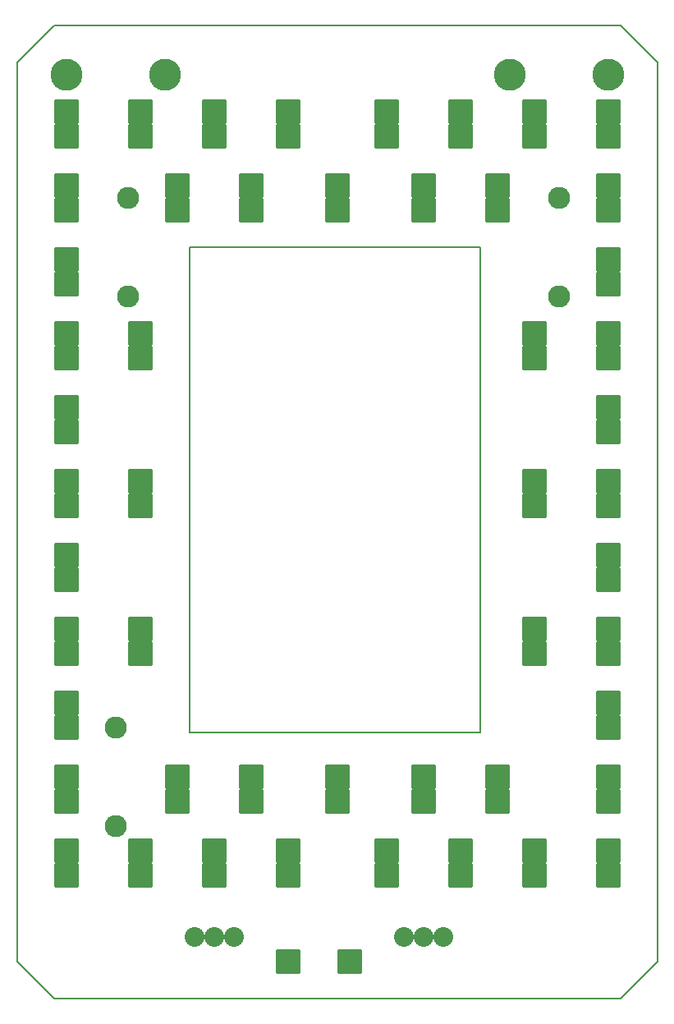
<source format=gbr>
G04 PROTEUS RS274X GERBER FILE*
%FSLAX45Y45*%
%MOMM*%
G01*
%AMPPAD007*
4,1,48,
1.270000,1.016000,
1.270000,-1.016000,
1.268720,-1.042400,
1.264950,-1.067930,
1.258800,-1.092490,
1.239870,-1.138220,
1.212840,-1.178650,
1.178640,-1.212840,
1.138220,-1.239860,
1.092490,-1.258800,
1.067930,-1.264950,
1.042400,-1.268720,
1.016000,-1.270000,
-1.016000,-1.270000,
-1.042400,-1.268720,
-1.067930,-1.264950,
-1.092490,-1.258800,
-1.138220,-1.239860,
-1.178640,-1.212840,
-1.212840,-1.178650,
-1.239870,-1.138220,
-1.258800,-1.092490,
-1.264950,-1.067930,
-1.268720,-1.042400,
-1.270000,-1.016000,
-1.270000,1.016000,
-1.268720,1.042400,
-1.264950,1.067930,
-1.258800,1.092490,
-1.239870,1.138220,
-1.212840,1.178650,
-1.178640,1.212840,
-1.138220,1.239860,
-1.092490,1.258800,
-1.067930,1.264950,
-1.042400,1.268720,
-1.016000,1.270000,
1.016000,1.270000,
1.042400,1.268720,
1.067930,1.264950,
1.092490,1.258800,
1.138220,1.239860,
1.178640,1.212840,
1.212840,1.178650,
1.239870,1.138220,
1.258800,1.092490,
1.264950,1.067930,
1.268720,1.042400,
1.270000,1.016000,
0*%
%ADD17PPAD007*%
%ADD18C,3.302000*%
%ADD19C,2.286000*%
%ADD70C,2.032000*%
%AMPPAD011*
4,1,48,
-1.016000,1.270000,
1.016000,1.270000,
1.042400,1.268720,
1.067930,1.264950,
1.092490,1.258800,
1.138220,1.239870,
1.178650,1.212840,
1.212840,1.178640,
1.239860,1.138220,
1.258800,1.092490,
1.264950,1.067930,
1.268720,1.042400,
1.270000,1.016000,
1.270000,-1.016000,
1.268720,-1.042400,
1.264950,-1.067930,
1.258800,-1.092490,
1.239860,-1.138220,
1.212840,-1.178640,
1.178650,-1.212840,
1.138220,-1.239870,
1.092490,-1.258800,
1.067930,-1.264950,
1.042400,-1.268720,
1.016000,-1.270000,
-1.016000,-1.270000,
-1.042400,-1.268720,
-1.067930,-1.264950,
-1.092490,-1.258800,
-1.138220,-1.239870,
-1.178650,-1.212840,
-1.212840,-1.178640,
-1.239860,-1.138220,
-1.258800,-1.092490,
-1.264950,-1.067930,
-1.268720,-1.042400,
-1.270000,-1.016000,
-1.270000,1.016000,
-1.268720,1.042400,
-1.264950,1.067930,
-1.258800,1.092490,
-1.239860,1.138220,
-1.212840,1.178640,
-1.178650,1.212840,
-1.138220,1.239870,
-1.092490,1.258800,
-1.067930,1.264950,
-1.042400,1.268720,
-1.016000,1.270000,
0*%
%ADD71PPAD011*%
%ADD14C,0.203200*%
D17*
X-1270000Y-127000D03*
X-1270000Y-381000D03*
X-1270000Y-889000D03*
X-1270000Y-1143000D03*
X-1270000Y-1651000D03*
X-1270000Y-1905000D03*
X-1270000Y-2413000D03*
X-1270000Y-2667000D03*
X-1270000Y-3175000D03*
X-1270000Y-3429000D03*
X-1270000Y-3937000D03*
X-1270000Y-4191000D03*
X-1270000Y-4699000D03*
X-1270000Y-4953000D03*
X-1270000Y-5461000D03*
X-1270000Y-5715000D03*
X-1270000Y-6223000D03*
X-1270000Y-6477000D03*
X-1270000Y+635000D03*
X-1270000Y+381000D03*
X-1270000Y+1397000D03*
X-1270000Y+1143000D03*
X+4318000Y-127000D03*
X+4318000Y-381000D03*
X+4318000Y-889000D03*
X+4318000Y-1143000D03*
X+4318000Y-1651000D03*
X+4318000Y-1905000D03*
X+4318000Y-2413000D03*
X+4318000Y-2667000D03*
X+4318000Y-3175000D03*
X+4318000Y-3429000D03*
X+4318000Y-3937000D03*
X+4318000Y-4191000D03*
X+4318000Y-4699000D03*
X+4318000Y-4953000D03*
X+4318000Y-5461000D03*
X+4318000Y-5715000D03*
X+4318000Y-6223000D03*
X+4318000Y-6477000D03*
X+4318000Y+635000D03*
X+4318000Y+381000D03*
X+4318000Y+1397000D03*
X+4318000Y+1143000D03*
X-508000Y+1397000D03*
X-508000Y+1143000D03*
X+254000Y+1397000D03*
X+254000Y+1143000D03*
X+2032000Y+1397000D03*
X+2032000Y+1143000D03*
X+2794000Y+1397000D03*
X+2794000Y+1143000D03*
X+3556000Y+1397000D03*
X+3556000Y+1143000D03*
X+1016000Y+1397000D03*
X+1016000Y+1143000D03*
X-127000Y+635000D03*
X-127000Y+381000D03*
X+635000Y+635000D03*
X+635000Y+381000D03*
X+1524000Y+635000D03*
X+1524000Y+381000D03*
X+2413000Y+635000D03*
X+2413000Y+381000D03*
X+3175000Y+635000D03*
X+3175000Y+381000D03*
X-508000Y-6223000D03*
X-508000Y-6477000D03*
X+254000Y-6223000D03*
X+254000Y-6477000D03*
X+1016000Y-6223000D03*
X+1016000Y-6477000D03*
X+3556000Y-6223000D03*
X+3556000Y-6477000D03*
X+2794000Y-6223000D03*
X+2794000Y-6477000D03*
X+2032000Y-6223000D03*
X+2032000Y-6477000D03*
X-127000Y-5461000D03*
X-127000Y-5715000D03*
X+635000Y-5461000D03*
X+635000Y-5715000D03*
X+1524000Y-5461000D03*
X+1524000Y-5715000D03*
X+2413000Y-5461000D03*
X+2413000Y-5715000D03*
X+3175000Y-5461000D03*
X+3175000Y-5715000D03*
X-508000Y-889000D03*
X-508000Y-1143000D03*
X-508000Y-2413000D03*
X-508000Y-2667000D03*
X-508000Y-3937000D03*
X-508000Y-4191000D03*
X+3556000Y-1143000D03*
X+3556000Y-889000D03*
X+3556000Y-2667000D03*
X+3556000Y-2413000D03*
X+3556000Y-4191000D03*
X+3556000Y-3937000D03*
D18*
X-254000Y+1778000D03*
X-1270000Y+1778000D03*
X+4318000Y+1778000D03*
X+3302000Y+1778000D03*
D19*
X-635000Y+508000D03*
X-635000Y-508000D03*
X+3810000Y+508000D03*
X+3810000Y-508000D03*
X-762000Y-4953000D03*
X-762000Y-5969000D03*
D70*
X+457200Y-7112000D03*
X+254000Y-7112000D03*
X+50800Y-7112000D03*
X+2209800Y-7112000D03*
X+2413000Y-7112000D03*
X+2616200Y-7112000D03*
D71*
X+1016000Y-7366000D03*
X+1651000Y-7366000D03*
D14*
X+0Y-5000000D02*
X+3000000Y-5000000D01*
X+3000000Y+0D01*
X+0Y+0D01*
X+0Y-5000000D01*
X-1778000Y+1905000D02*
X-1397000Y+2286000D01*
X+4445000Y+2286000D02*
X+4826000Y+1905000D01*
X+4826000Y-7366000D02*
X+4445000Y-7747000D01*
X-1778000Y-7366000D02*
X-1397000Y-7747000D01*
X+4445000Y-7747000D01*
X+4826000Y-7366000D02*
X+4826000Y+1905000D01*
X+4445000Y+2286000D02*
X-1397000Y+2286000D01*
X-1778000Y+1905000D02*
X-1778000Y-7366000D01*
M02*

</source>
